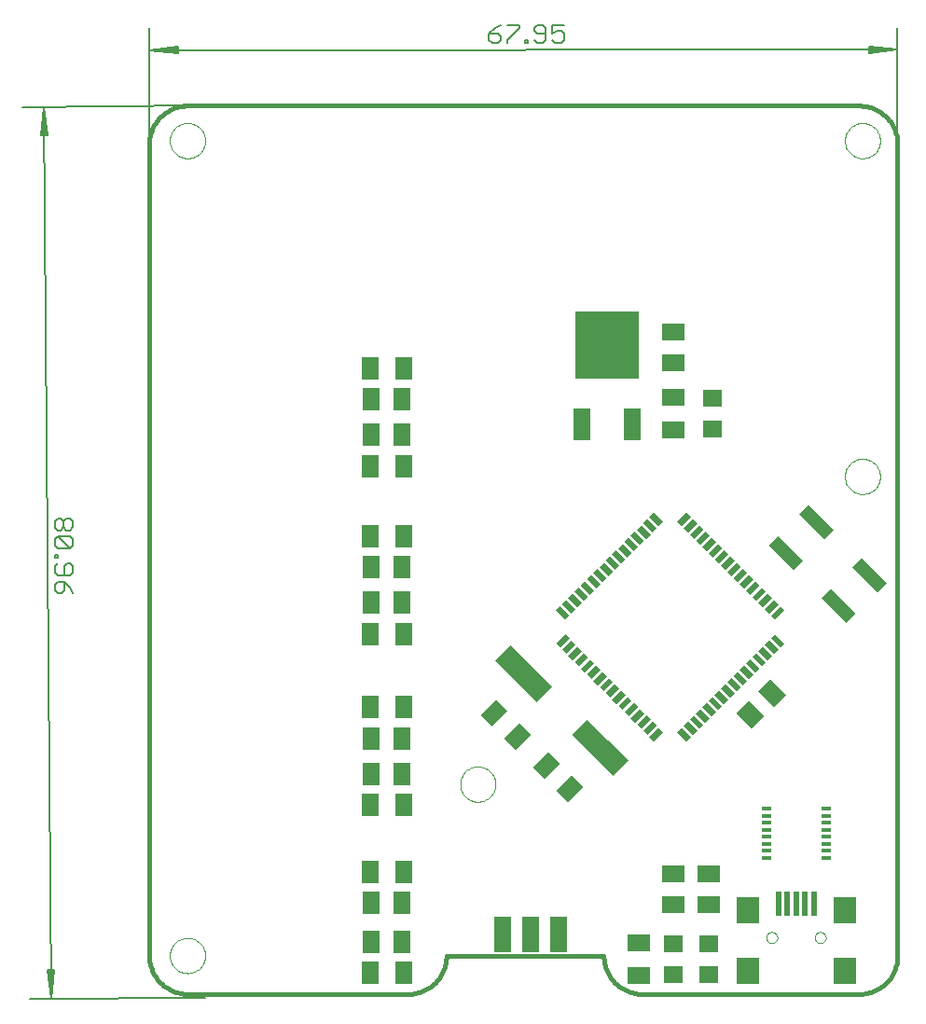
<source format=gtp>
G75*
G70*
%OFA0B0*%
%FSLAX24Y24*%
%IPPOS*%
%LPD*%
%AMOC8*
5,1,8,0,0,1.08239X$1,22.5*
%
%ADD10C,0.0160*%
%ADD11C,0.0051*%
%ADD12C,0.0060*%
%ADD13C,0.0000*%
%ADD14R,0.0220X0.0470*%
%ADD15R,0.0470X0.0220*%
%ADD16R,0.2100X0.0760*%
%ADD17R,0.0591X0.0787*%
%ADD18R,0.1260X0.0472*%
%ADD19R,0.0630X0.0787*%
%ADD20R,0.0600X0.1300*%
%ADD21R,0.0360X0.0160*%
%ADD22R,0.0787X0.0591*%
%ADD23R,0.0787X0.0945*%
%ADD24R,0.0197X0.0909*%
%ADD25R,0.0787X0.0630*%
%ADD26R,0.0710X0.0630*%
%ADD27R,0.2283X0.2441*%
%ADD28R,0.0630X0.1181*%
D10*
X004642Y002930D02*
X004642Y031925D01*
X004642Y031930D02*
X004644Y032002D01*
X004650Y032074D01*
X004659Y032145D01*
X004672Y032216D01*
X004689Y032286D01*
X004709Y032355D01*
X004733Y032423D01*
X004761Y032489D01*
X004792Y032554D01*
X004826Y032618D01*
X004864Y032679D01*
X004905Y032738D01*
X004948Y032795D01*
X004995Y032850D01*
X005045Y032902D01*
X005097Y032952D01*
X005152Y032999D01*
X005209Y033042D01*
X005268Y033083D01*
X005330Y033121D01*
X005393Y033155D01*
X005458Y033186D01*
X005524Y033214D01*
X005592Y033238D01*
X005661Y033258D01*
X005731Y033275D01*
X005802Y033288D01*
X005873Y033297D01*
X005945Y033303D01*
X006017Y033305D01*
X005892Y033305D02*
X030012Y033305D01*
X030017Y033305D02*
X030089Y033303D01*
X030161Y033297D01*
X030232Y033288D01*
X030303Y033275D01*
X030373Y033258D01*
X030442Y033238D01*
X030510Y033214D01*
X030576Y033186D01*
X030641Y033155D01*
X030705Y033121D01*
X030766Y033083D01*
X030825Y033042D01*
X030882Y032999D01*
X030937Y032952D01*
X030989Y032902D01*
X031039Y032850D01*
X031086Y032795D01*
X031129Y032738D01*
X031170Y032679D01*
X031208Y032618D01*
X031242Y032554D01*
X031273Y032489D01*
X031301Y032423D01*
X031325Y032355D01*
X031345Y032286D01*
X031362Y032216D01*
X031375Y032145D01*
X031384Y032074D01*
X031390Y032002D01*
X031392Y031930D01*
X031392Y002805D01*
X031392Y002930D02*
X031390Y002858D01*
X031384Y002786D01*
X031375Y002715D01*
X031362Y002644D01*
X031345Y002574D01*
X031325Y002505D01*
X031301Y002437D01*
X031273Y002371D01*
X031242Y002306D01*
X031208Y002243D01*
X031170Y002181D01*
X031129Y002122D01*
X031086Y002065D01*
X031039Y002010D01*
X030989Y001958D01*
X030937Y001908D01*
X030882Y001861D01*
X030825Y001818D01*
X030766Y001777D01*
X030705Y001739D01*
X030641Y001705D01*
X030576Y001674D01*
X030510Y001646D01*
X030442Y001622D01*
X030373Y001602D01*
X030303Y001585D01*
X030232Y001572D01*
X030161Y001563D01*
X030089Y001557D01*
X030017Y001555D01*
X022267Y001555D01*
X022195Y001557D01*
X022123Y001563D01*
X022052Y001572D01*
X021981Y001585D01*
X021911Y001602D01*
X021842Y001622D01*
X021774Y001646D01*
X021708Y001674D01*
X021643Y001705D01*
X021580Y001739D01*
X021518Y001777D01*
X021459Y001818D01*
X021402Y001861D01*
X021347Y001908D01*
X021295Y001958D01*
X021245Y002010D01*
X021198Y002065D01*
X021155Y002122D01*
X021114Y002181D01*
X021076Y002243D01*
X021042Y002306D01*
X021011Y002371D01*
X020983Y002437D01*
X020959Y002505D01*
X020939Y002574D01*
X020922Y002644D01*
X020909Y002715D01*
X020900Y002786D01*
X020894Y002858D01*
X020892Y002930D01*
X015267Y002930D01*
X015265Y002858D01*
X015259Y002786D01*
X015250Y002715D01*
X015237Y002644D01*
X015220Y002574D01*
X015200Y002505D01*
X015176Y002437D01*
X015148Y002371D01*
X015117Y002306D01*
X015083Y002243D01*
X015045Y002181D01*
X015004Y002122D01*
X014961Y002065D01*
X014914Y002010D01*
X014864Y001958D01*
X014812Y001908D01*
X014757Y001861D01*
X014700Y001818D01*
X014641Y001777D01*
X014580Y001739D01*
X014516Y001705D01*
X014451Y001674D01*
X014385Y001646D01*
X014317Y001622D01*
X014248Y001602D01*
X014178Y001585D01*
X014107Y001572D01*
X014036Y001563D01*
X013964Y001557D01*
X013892Y001555D01*
X006017Y001555D01*
X005945Y001557D01*
X005873Y001563D01*
X005802Y001572D01*
X005731Y001585D01*
X005661Y001602D01*
X005592Y001622D01*
X005524Y001646D01*
X005458Y001674D01*
X005393Y001705D01*
X005329Y001739D01*
X005268Y001777D01*
X005209Y001818D01*
X005152Y001861D01*
X005097Y001908D01*
X005045Y001958D01*
X004995Y002010D01*
X004948Y002065D01*
X004905Y002122D01*
X004864Y002181D01*
X004826Y002243D01*
X004792Y002306D01*
X004761Y002371D01*
X004733Y002437D01*
X004709Y002505D01*
X004689Y002574D01*
X004672Y002644D01*
X004659Y002715D01*
X004650Y002786D01*
X004644Y002858D01*
X004642Y002930D01*
D11*
X006642Y001430D02*
X000376Y001381D01*
X001143Y001387D02*
X001033Y002410D01*
X001010Y002409D02*
X001143Y001387D01*
X001238Y002411D01*
X001261Y002411D02*
X001010Y002409D01*
X001084Y002410D02*
X001143Y001387D01*
X001186Y002411D01*
X001261Y002411D02*
X001143Y001387D01*
X000893Y033262D01*
X000799Y032237D01*
X000776Y032237D02*
X000893Y033262D01*
X001004Y032239D01*
X001027Y032239D02*
X000776Y032237D01*
X000850Y032238D02*
X000893Y033262D01*
X000952Y032239D01*
X001027Y032239D02*
X000893Y033262D01*
X000126Y033256D02*
X006392Y033305D01*
X005665Y035175D02*
X004641Y035300D01*
X005665Y035198D01*
X005665Y035175D02*
X005665Y035426D01*
X004641Y035300D01*
X005665Y035403D01*
X005665Y035352D02*
X004641Y035300D01*
X005665Y035249D01*
X004641Y035300D02*
X031391Y035305D01*
X030368Y035203D01*
X030368Y035179D02*
X031391Y035305D01*
X030368Y035407D01*
X030368Y035431D02*
X030368Y035179D01*
X030368Y035254D02*
X031391Y035305D01*
X030368Y035356D01*
X030368Y035431D02*
X031391Y035305D01*
X031391Y036073D02*
X031392Y031930D01*
X004642Y031925D02*
X004641Y036068D01*
D12*
X016790Y035879D02*
X016790Y035665D01*
X016897Y035559D01*
X017110Y035559D01*
X017217Y035665D01*
X017217Y035772D01*
X017110Y035879D01*
X016790Y035879D01*
X017004Y036092D01*
X017217Y036199D01*
X017435Y036199D02*
X017862Y036199D01*
X017862Y036092D01*
X017435Y035665D01*
X017435Y035559D01*
X018079Y035559D02*
X018186Y035559D01*
X018186Y035665D01*
X018079Y035665D01*
X018079Y035559D01*
X018401Y035665D02*
X018508Y035559D01*
X018722Y035559D01*
X018828Y035665D01*
X018828Y036092D01*
X018722Y036199D01*
X018508Y036199D01*
X018401Y036092D01*
X018401Y035986D01*
X018508Y035879D01*
X018828Y035879D01*
X019046Y035879D02*
X019046Y036199D01*
X019473Y036199D01*
X019366Y035986D02*
X019259Y035986D01*
X019046Y035879D01*
X019046Y035665D02*
X019153Y035559D01*
X019366Y035559D01*
X019473Y035665D01*
X019473Y035879D01*
X019366Y035986D01*
X001906Y018450D02*
X001908Y018237D01*
X001802Y018129D01*
X001695Y018129D01*
X001587Y018235D01*
X001586Y018448D01*
X001692Y018556D01*
X001799Y018556D01*
X001906Y018450D01*
X001586Y018448D02*
X001478Y018554D01*
X001372Y018553D01*
X001266Y018446D01*
X001267Y018232D01*
X001375Y018126D01*
X001481Y018127D01*
X001587Y018235D01*
X001376Y017909D02*
X001806Y017485D01*
X001379Y017482D01*
X001272Y017588D01*
X001270Y017801D01*
X001376Y017909D01*
X001803Y017912D01*
X001911Y017806D01*
X001912Y017592D01*
X001806Y017485D01*
X001810Y016945D02*
X001703Y016944D01*
X001597Y016837D01*
X001599Y016516D01*
X001386Y016515D02*
X001813Y016518D01*
X001919Y016625D01*
X001917Y016839D01*
X001810Y016945D01*
X001383Y016942D02*
X001277Y016835D01*
X001278Y016621D01*
X001386Y016515D01*
X001387Y016297D02*
X001281Y016190D01*
X001283Y015976D01*
X001390Y015870D01*
X001497Y015871D01*
X001603Y015979D01*
X001601Y016299D01*
X001387Y016297D01*
X001601Y016299D02*
X001816Y016087D01*
X001924Y015874D01*
X001381Y017158D02*
X001275Y017157D01*
X001274Y017264D01*
X001381Y017264D01*
X001381Y017158D01*
D13*
X005387Y002930D02*
X005389Y002980D01*
X005395Y003030D01*
X005405Y003079D01*
X005419Y003127D01*
X005436Y003174D01*
X005457Y003219D01*
X005482Y003263D01*
X005510Y003304D01*
X005542Y003343D01*
X005576Y003380D01*
X005613Y003414D01*
X005653Y003444D01*
X005695Y003471D01*
X005739Y003495D01*
X005785Y003516D01*
X005832Y003532D01*
X005880Y003545D01*
X005930Y003554D01*
X005979Y003559D01*
X006030Y003560D01*
X006080Y003557D01*
X006129Y003550D01*
X006178Y003539D01*
X006226Y003524D01*
X006272Y003506D01*
X006317Y003484D01*
X006360Y003458D01*
X006401Y003429D01*
X006440Y003397D01*
X006476Y003362D01*
X006508Y003324D01*
X006538Y003284D01*
X006565Y003241D01*
X006588Y003197D01*
X006607Y003151D01*
X006623Y003103D01*
X006635Y003054D01*
X006643Y003005D01*
X006647Y002955D01*
X006647Y002905D01*
X006643Y002855D01*
X006635Y002806D01*
X006623Y002757D01*
X006607Y002709D01*
X006588Y002663D01*
X006565Y002619D01*
X006538Y002576D01*
X006508Y002536D01*
X006476Y002498D01*
X006440Y002463D01*
X006401Y002431D01*
X006360Y002402D01*
X006317Y002376D01*
X006272Y002354D01*
X006226Y002336D01*
X006178Y002321D01*
X006129Y002310D01*
X006080Y002303D01*
X006030Y002300D01*
X005979Y002301D01*
X005930Y002306D01*
X005880Y002315D01*
X005832Y002328D01*
X005785Y002344D01*
X005739Y002365D01*
X005695Y002389D01*
X005653Y002416D01*
X005613Y002446D01*
X005576Y002480D01*
X005542Y002517D01*
X005510Y002556D01*
X005482Y002597D01*
X005457Y002641D01*
X005436Y002686D01*
X005419Y002733D01*
X005405Y002781D01*
X005395Y002830D01*
X005389Y002880D01*
X005387Y002930D01*
X015762Y009055D02*
X015764Y009105D01*
X015770Y009155D01*
X015780Y009204D01*
X015794Y009252D01*
X015811Y009299D01*
X015832Y009344D01*
X015857Y009388D01*
X015885Y009429D01*
X015917Y009468D01*
X015951Y009505D01*
X015988Y009539D01*
X016028Y009569D01*
X016070Y009596D01*
X016114Y009620D01*
X016160Y009641D01*
X016207Y009657D01*
X016255Y009670D01*
X016305Y009679D01*
X016354Y009684D01*
X016405Y009685D01*
X016455Y009682D01*
X016504Y009675D01*
X016553Y009664D01*
X016601Y009649D01*
X016647Y009631D01*
X016692Y009609D01*
X016735Y009583D01*
X016776Y009554D01*
X016815Y009522D01*
X016851Y009487D01*
X016883Y009449D01*
X016913Y009409D01*
X016940Y009366D01*
X016963Y009322D01*
X016982Y009276D01*
X016998Y009228D01*
X017010Y009179D01*
X017018Y009130D01*
X017022Y009080D01*
X017022Y009030D01*
X017018Y008980D01*
X017010Y008931D01*
X016998Y008882D01*
X016982Y008834D01*
X016963Y008788D01*
X016940Y008744D01*
X016913Y008701D01*
X016883Y008661D01*
X016851Y008623D01*
X016815Y008588D01*
X016776Y008556D01*
X016735Y008527D01*
X016692Y008501D01*
X016647Y008479D01*
X016601Y008461D01*
X016553Y008446D01*
X016504Y008435D01*
X016455Y008428D01*
X016405Y008425D01*
X016354Y008426D01*
X016305Y008431D01*
X016255Y008440D01*
X016207Y008453D01*
X016160Y008469D01*
X016114Y008490D01*
X016070Y008514D01*
X016028Y008541D01*
X015988Y008571D01*
X015951Y008605D01*
X015917Y008642D01*
X015885Y008681D01*
X015857Y008722D01*
X015832Y008766D01*
X015811Y008811D01*
X015794Y008858D01*
X015780Y008906D01*
X015770Y008955D01*
X015764Y009005D01*
X015762Y009055D01*
X026704Y003574D02*
X026706Y003601D01*
X026712Y003628D01*
X026721Y003654D01*
X026734Y003678D01*
X026750Y003701D01*
X026769Y003720D01*
X026791Y003737D01*
X026815Y003751D01*
X026840Y003761D01*
X026867Y003768D01*
X026894Y003771D01*
X026922Y003770D01*
X026949Y003765D01*
X026975Y003757D01*
X026999Y003745D01*
X027022Y003729D01*
X027043Y003711D01*
X027060Y003690D01*
X027075Y003666D01*
X027086Y003641D01*
X027094Y003615D01*
X027098Y003588D01*
X027098Y003560D01*
X027094Y003533D01*
X027086Y003507D01*
X027075Y003482D01*
X027060Y003458D01*
X027043Y003437D01*
X027022Y003419D01*
X027000Y003403D01*
X026975Y003391D01*
X026949Y003383D01*
X026922Y003378D01*
X026894Y003377D01*
X026867Y003380D01*
X026840Y003387D01*
X026815Y003397D01*
X026791Y003411D01*
X026769Y003428D01*
X026750Y003447D01*
X026734Y003470D01*
X026721Y003494D01*
X026712Y003520D01*
X026706Y003547D01*
X026704Y003574D01*
X028436Y003574D02*
X028438Y003601D01*
X028444Y003628D01*
X028453Y003654D01*
X028466Y003678D01*
X028482Y003701D01*
X028501Y003720D01*
X028523Y003737D01*
X028547Y003751D01*
X028572Y003761D01*
X028599Y003768D01*
X028626Y003771D01*
X028654Y003770D01*
X028681Y003765D01*
X028707Y003757D01*
X028731Y003745D01*
X028754Y003729D01*
X028775Y003711D01*
X028792Y003690D01*
X028807Y003666D01*
X028818Y003641D01*
X028826Y003615D01*
X028830Y003588D01*
X028830Y003560D01*
X028826Y003533D01*
X028818Y003507D01*
X028807Y003482D01*
X028792Y003458D01*
X028775Y003437D01*
X028754Y003419D01*
X028732Y003403D01*
X028707Y003391D01*
X028681Y003383D01*
X028654Y003378D01*
X028626Y003377D01*
X028599Y003380D01*
X028572Y003387D01*
X028547Y003397D01*
X028523Y003411D01*
X028501Y003428D01*
X028482Y003447D01*
X028466Y003470D01*
X028453Y003494D01*
X028444Y003520D01*
X028438Y003547D01*
X028436Y003574D01*
X029512Y020055D02*
X029514Y020105D01*
X029520Y020155D01*
X029530Y020204D01*
X029544Y020252D01*
X029561Y020299D01*
X029582Y020344D01*
X029607Y020388D01*
X029635Y020429D01*
X029667Y020468D01*
X029701Y020505D01*
X029738Y020539D01*
X029778Y020569D01*
X029820Y020596D01*
X029864Y020620D01*
X029910Y020641D01*
X029957Y020657D01*
X030005Y020670D01*
X030055Y020679D01*
X030104Y020684D01*
X030155Y020685D01*
X030205Y020682D01*
X030254Y020675D01*
X030303Y020664D01*
X030351Y020649D01*
X030397Y020631D01*
X030442Y020609D01*
X030485Y020583D01*
X030526Y020554D01*
X030565Y020522D01*
X030601Y020487D01*
X030633Y020449D01*
X030663Y020409D01*
X030690Y020366D01*
X030713Y020322D01*
X030732Y020276D01*
X030748Y020228D01*
X030760Y020179D01*
X030768Y020130D01*
X030772Y020080D01*
X030772Y020030D01*
X030768Y019980D01*
X030760Y019931D01*
X030748Y019882D01*
X030732Y019834D01*
X030713Y019788D01*
X030690Y019744D01*
X030663Y019701D01*
X030633Y019661D01*
X030601Y019623D01*
X030565Y019588D01*
X030526Y019556D01*
X030485Y019527D01*
X030442Y019501D01*
X030397Y019479D01*
X030351Y019461D01*
X030303Y019446D01*
X030254Y019435D01*
X030205Y019428D01*
X030155Y019425D01*
X030104Y019426D01*
X030055Y019431D01*
X030005Y019440D01*
X029957Y019453D01*
X029910Y019469D01*
X029864Y019490D01*
X029820Y019514D01*
X029778Y019541D01*
X029738Y019571D01*
X029701Y019605D01*
X029667Y019642D01*
X029635Y019681D01*
X029607Y019722D01*
X029582Y019766D01*
X029561Y019811D01*
X029544Y019858D01*
X029530Y019906D01*
X029520Y019955D01*
X029514Y020005D01*
X029512Y020055D01*
X029512Y032055D02*
X029514Y032105D01*
X029520Y032155D01*
X029530Y032204D01*
X029544Y032252D01*
X029561Y032299D01*
X029582Y032344D01*
X029607Y032388D01*
X029635Y032429D01*
X029667Y032468D01*
X029701Y032505D01*
X029738Y032539D01*
X029778Y032569D01*
X029820Y032596D01*
X029864Y032620D01*
X029910Y032641D01*
X029957Y032657D01*
X030005Y032670D01*
X030055Y032679D01*
X030104Y032684D01*
X030155Y032685D01*
X030205Y032682D01*
X030254Y032675D01*
X030303Y032664D01*
X030351Y032649D01*
X030397Y032631D01*
X030442Y032609D01*
X030485Y032583D01*
X030526Y032554D01*
X030565Y032522D01*
X030601Y032487D01*
X030633Y032449D01*
X030663Y032409D01*
X030690Y032366D01*
X030713Y032322D01*
X030732Y032276D01*
X030748Y032228D01*
X030760Y032179D01*
X030768Y032130D01*
X030772Y032080D01*
X030772Y032030D01*
X030768Y031980D01*
X030760Y031931D01*
X030748Y031882D01*
X030732Y031834D01*
X030713Y031788D01*
X030690Y031744D01*
X030663Y031701D01*
X030633Y031661D01*
X030601Y031623D01*
X030565Y031588D01*
X030526Y031556D01*
X030485Y031527D01*
X030442Y031501D01*
X030397Y031479D01*
X030351Y031461D01*
X030303Y031446D01*
X030254Y031435D01*
X030205Y031428D01*
X030155Y031425D01*
X030104Y031426D01*
X030055Y031431D01*
X030005Y031440D01*
X029957Y031453D01*
X029910Y031469D01*
X029864Y031490D01*
X029820Y031514D01*
X029778Y031541D01*
X029738Y031571D01*
X029701Y031605D01*
X029667Y031642D01*
X029635Y031681D01*
X029607Y031722D01*
X029582Y031766D01*
X029561Y031811D01*
X029544Y031858D01*
X029530Y031906D01*
X029520Y031955D01*
X029514Y032005D01*
X029512Y032055D01*
X005387Y032055D02*
X005389Y032105D01*
X005395Y032155D01*
X005405Y032204D01*
X005419Y032252D01*
X005436Y032299D01*
X005457Y032344D01*
X005482Y032388D01*
X005510Y032429D01*
X005542Y032468D01*
X005576Y032505D01*
X005613Y032539D01*
X005653Y032569D01*
X005695Y032596D01*
X005739Y032620D01*
X005785Y032641D01*
X005832Y032657D01*
X005880Y032670D01*
X005930Y032679D01*
X005979Y032684D01*
X006030Y032685D01*
X006080Y032682D01*
X006129Y032675D01*
X006178Y032664D01*
X006226Y032649D01*
X006272Y032631D01*
X006317Y032609D01*
X006360Y032583D01*
X006401Y032554D01*
X006440Y032522D01*
X006476Y032487D01*
X006508Y032449D01*
X006538Y032409D01*
X006565Y032366D01*
X006588Y032322D01*
X006607Y032276D01*
X006623Y032228D01*
X006635Y032179D01*
X006643Y032130D01*
X006647Y032080D01*
X006647Y032030D01*
X006643Y031980D01*
X006635Y031931D01*
X006623Y031882D01*
X006607Y031834D01*
X006588Y031788D01*
X006565Y031744D01*
X006538Y031701D01*
X006508Y031661D01*
X006476Y031623D01*
X006440Y031588D01*
X006401Y031556D01*
X006360Y031527D01*
X006317Y031501D01*
X006272Y031479D01*
X006226Y031461D01*
X006178Y031446D01*
X006129Y031435D01*
X006080Y031428D01*
X006030Y031425D01*
X005979Y031426D01*
X005930Y031431D01*
X005880Y031440D01*
X005832Y031453D01*
X005785Y031469D01*
X005739Y031490D01*
X005695Y031514D01*
X005653Y031541D01*
X005613Y031571D01*
X005576Y031605D01*
X005542Y031642D01*
X005510Y031681D01*
X005482Y031722D01*
X005457Y031766D01*
X005436Y031811D01*
X005419Y031858D01*
X005405Y031906D01*
X005395Y031955D01*
X005389Y032005D01*
X005387Y032055D01*
D14*
G36*
X019513Y014422D02*
X019668Y014267D01*
X019337Y013936D01*
X019182Y014091D01*
X019513Y014422D01*
G37*
G36*
X019736Y014199D02*
X019891Y014044D01*
X019560Y013713D01*
X019405Y013868D01*
X019736Y014199D01*
G37*
G36*
X019959Y013976D02*
X020114Y013821D01*
X019783Y013490D01*
X019628Y013645D01*
X019959Y013976D01*
G37*
G36*
X020181Y013754D02*
X020336Y013599D01*
X020005Y013268D01*
X019850Y013423D01*
X020181Y013754D01*
G37*
G36*
X020404Y013531D02*
X020559Y013376D01*
X020228Y013045D01*
X020073Y013200D01*
X020404Y013531D01*
G37*
G36*
X020627Y013308D02*
X020782Y013153D01*
X020451Y012822D01*
X020296Y012977D01*
X020627Y013308D01*
G37*
G36*
X020849Y013086D02*
X021004Y012931D01*
X020673Y012600D01*
X020518Y012755D01*
X020849Y013086D01*
G37*
G36*
X021072Y012863D02*
X021227Y012708D01*
X020896Y012377D01*
X020741Y012532D01*
X021072Y012863D01*
G37*
G36*
X021295Y012640D02*
X021450Y012485D01*
X021119Y012154D01*
X020964Y012309D01*
X021295Y012640D01*
G37*
G36*
X021518Y012418D02*
X021673Y012263D01*
X021342Y011932D01*
X021187Y012087D01*
X021518Y012418D01*
G37*
G36*
X021740Y012195D02*
X021895Y012040D01*
X021564Y011709D01*
X021409Y011864D01*
X021740Y012195D01*
G37*
G36*
X021963Y011972D02*
X022118Y011817D01*
X021787Y011486D01*
X021632Y011641D01*
X021963Y011972D01*
G37*
G36*
X022186Y011749D02*
X022341Y011594D01*
X022010Y011263D01*
X021855Y011418D01*
X022186Y011749D01*
G37*
G36*
X022408Y011527D02*
X022563Y011372D01*
X022232Y011041D01*
X022077Y011196D01*
X022408Y011527D01*
G37*
G36*
X022631Y011304D02*
X022786Y011149D01*
X022455Y010818D01*
X022300Y010973D01*
X022631Y011304D01*
G37*
G36*
X022854Y011081D02*
X023009Y010926D01*
X022678Y010595D01*
X022523Y010750D01*
X022854Y011081D01*
G37*
G36*
X027197Y015424D02*
X027352Y015269D01*
X027021Y014938D01*
X026866Y015093D01*
X027197Y015424D01*
G37*
G36*
X026974Y015647D02*
X027129Y015492D01*
X026798Y015161D01*
X026643Y015316D01*
X026974Y015647D01*
G37*
G36*
X026751Y015870D02*
X026906Y015715D01*
X026575Y015384D01*
X026420Y015539D01*
X026751Y015870D01*
G37*
G36*
X026529Y016092D02*
X026684Y015937D01*
X026353Y015606D01*
X026198Y015761D01*
X026529Y016092D01*
G37*
G36*
X026306Y016315D02*
X026461Y016160D01*
X026130Y015829D01*
X025975Y015984D01*
X026306Y016315D01*
G37*
G36*
X026083Y016538D02*
X026238Y016383D01*
X025907Y016052D01*
X025752Y016207D01*
X026083Y016538D01*
G37*
G36*
X025860Y016760D02*
X026015Y016605D01*
X025684Y016274D01*
X025529Y016429D01*
X025860Y016760D01*
G37*
G36*
X025638Y016983D02*
X025793Y016828D01*
X025462Y016497D01*
X025307Y016652D01*
X025638Y016983D01*
G37*
G36*
X025415Y017206D02*
X025570Y017051D01*
X025239Y016720D01*
X025084Y016875D01*
X025415Y017206D01*
G37*
G36*
X025192Y017428D02*
X025347Y017273D01*
X025016Y016942D01*
X024861Y017097D01*
X025192Y017428D01*
G37*
G36*
X024970Y017651D02*
X025125Y017496D01*
X024794Y017165D01*
X024639Y017320D01*
X024970Y017651D01*
G37*
G36*
X024747Y017874D02*
X024902Y017719D01*
X024571Y017388D01*
X024416Y017543D01*
X024747Y017874D01*
G37*
G36*
X024524Y018097D02*
X024679Y017942D01*
X024348Y017611D01*
X024193Y017766D01*
X024524Y018097D01*
G37*
G36*
X024301Y018319D02*
X024456Y018164D01*
X024125Y017833D01*
X023970Y017988D01*
X024301Y018319D01*
G37*
G36*
X024079Y018542D02*
X024234Y018387D01*
X023903Y018056D01*
X023748Y018211D01*
X024079Y018542D01*
G37*
G36*
X023856Y018765D02*
X024011Y018610D01*
X023680Y018279D01*
X023525Y018434D01*
X023856Y018765D01*
G37*
D15*
G36*
X022678Y018765D02*
X023009Y018434D01*
X022854Y018279D01*
X022523Y018610D01*
X022678Y018765D01*
G37*
G36*
X022455Y018542D02*
X022786Y018211D01*
X022631Y018056D01*
X022300Y018387D01*
X022455Y018542D01*
G37*
G36*
X022232Y018319D02*
X022563Y017988D01*
X022408Y017833D01*
X022077Y018164D01*
X022232Y018319D01*
G37*
G36*
X022010Y018097D02*
X022341Y017766D01*
X022186Y017611D01*
X021855Y017942D01*
X022010Y018097D01*
G37*
G36*
X021787Y017874D02*
X022118Y017543D01*
X021963Y017388D01*
X021632Y017719D01*
X021787Y017874D01*
G37*
G36*
X021564Y017651D02*
X021895Y017320D01*
X021740Y017165D01*
X021409Y017496D01*
X021564Y017651D01*
G37*
G36*
X021342Y017428D02*
X021673Y017097D01*
X021518Y016942D01*
X021187Y017273D01*
X021342Y017428D01*
G37*
G36*
X021119Y017206D02*
X021450Y016875D01*
X021295Y016720D01*
X020964Y017051D01*
X021119Y017206D01*
G37*
G36*
X020896Y016983D02*
X021227Y016652D01*
X021072Y016497D01*
X020741Y016828D01*
X020896Y016983D01*
G37*
G36*
X020673Y016760D02*
X021004Y016429D01*
X020849Y016274D01*
X020518Y016605D01*
X020673Y016760D01*
G37*
G36*
X020451Y016538D02*
X020782Y016207D01*
X020627Y016052D01*
X020296Y016383D01*
X020451Y016538D01*
G37*
G36*
X020228Y016315D02*
X020559Y015984D01*
X020404Y015829D01*
X020073Y016160D01*
X020228Y016315D01*
G37*
G36*
X020005Y016092D02*
X020336Y015761D01*
X020181Y015606D01*
X019850Y015937D01*
X020005Y016092D01*
G37*
G36*
X019783Y015870D02*
X020114Y015539D01*
X019959Y015384D01*
X019628Y015715D01*
X019783Y015870D01*
G37*
G36*
X019560Y015647D02*
X019891Y015316D01*
X019736Y015161D01*
X019405Y015492D01*
X019560Y015647D01*
G37*
G36*
X019337Y015424D02*
X019668Y015093D01*
X019513Y014938D01*
X019182Y015269D01*
X019337Y015424D01*
G37*
G36*
X023680Y011081D02*
X024011Y010750D01*
X023856Y010595D01*
X023525Y010926D01*
X023680Y011081D01*
G37*
G36*
X023903Y011304D02*
X024234Y010973D01*
X024079Y010818D01*
X023748Y011149D01*
X023903Y011304D01*
G37*
G36*
X024125Y011527D02*
X024456Y011196D01*
X024301Y011041D01*
X023970Y011372D01*
X024125Y011527D01*
G37*
G36*
X024348Y011749D02*
X024679Y011418D01*
X024524Y011263D01*
X024193Y011594D01*
X024348Y011749D01*
G37*
G36*
X024571Y011972D02*
X024902Y011641D01*
X024747Y011486D01*
X024416Y011817D01*
X024571Y011972D01*
G37*
G36*
X024794Y012195D02*
X025125Y011864D01*
X024970Y011709D01*
X024639Y012040D01*
X024794Y012195D01*
G37*
G36*
X025016Y012418D02*
X025347Y012087D01*
X025192Y011932D01*
X024861Y012263D01*
X025016Y012418D01*
G37*
G36*
X025239Y012640D02*
X025570Y012309D01*
X025415Y012154D01*
X025084Y012485D01*
X025239Y012640D01*
G37*
G36*
X025462Y012863D02*
X025793Y012532D01*
X025638Y012377D01*
X025307Y012708D01*
X025462Y012863D01*
G37*
G36*
X025684Y013086D02*
X026015Y012755D01*
X025860Y012600D01*
X025529Y012931D01*
X025684Y013086D01*
G37*
G36*
X025907Y013308D02*
X026238Y012977D01*
X026083Y012822D01*
X025752Y013153D01*
X025907Y013308D01*
G37*
G36*
X026130Y013531D02*
X026461Y013200D01*
X026306Y013045D01*
X025975Y013376D01*
X026130Y013531D01*
G37*
G36*
X026353Y013754D02*
X026684Y013423D01*
X026529Y013268D01*
X026198Y013599D01*
X026353Y013754D01*
G37*
G36*
X026575Y013976D02*
X026906Y013645D01*
X026751Y013490D01*
X026420Y013821D01*
X026575Y013976D01*
G37*
G36*
X026798Y014199D02*
X027129Y013868D01*
X026974Y013713D01*
X026643Y014044D01*
X026798Y014199D01*
G37*
G36*
X027021Y014422D02*
X027352Y014091D01*
X027197Y013936D01*
X026866Y014267D01*
X027021Y014422D01*
G37*
D16*
G36*
X020267Y011361D02*
X021774Y009901D01*
X021245Y009355D01*
X019738Y010815D01*
X020267Y011361D01*
G37*
G36*
X017539Y014005D02*
X019046Y012545D01*
X018517Y011999D01*
X017010Y013459D01*
X017539Y014005D01*
G37*
D17*
G36*
X017043Y012084D02*
X017460Y011667D01*
X016905Y011112D01*
X016488Y011529D01*
X017043Y012084D01*
G37*
G36*
X017879Y011248D02*
X018296Y010831D01*
X017741Y010276D01*
X017324Y010693D01*
X017879Y011248D01*
G37*
G36*
X018780Y009237D02*
X018363Y009654D01*
X018918Y010209D01*
X019335Y009792D01*
X018780Y009237D01*
G37*
G36*
X019616Y008401D02*
X019199Y008818D01*
X019754Y009373D01*
X020171Y008956D01*
X019616Y008401D01*
G37*
X013733Y008305D03*
X012551Y008305D03*
X012551Y005930D03*
X013733Y005930D03*
X013733Y002305D03*
X012551Y002305D03*
X012551Y011805D03*
X013733Y011805D03*
X013733Y014430D03*
X012551Y014430D03*
X012551Y017930D03*
X013733Y017930D03*
X013733Y020430D03*
X012551Y020430D03*
X012551Y023930D03*
X013733Y023930D03*
D18*
G36*
X027667Y016708D02*
X026777Y017598D01*
X027111Y017932D01*
X028001Y017042D01*
X027667Y016708D01*
G37*
G36*
X029560Y014815D02*
X028670Y015705D01*
X029004Y016039D01*
X029894Y015149D01*
X029560Y014815D01*
G37*
G36*
X030673Y015928D02*
X029783Y016818D01*
X030117Y017152D01*
X031007Y016262D01*
X030673Y015928D01*
G37*
G36*
X028780Y017821D02*
X027890Y018711D01*
X028224Y019045D01*
X029114Y018155D01*
X028780Y017821D01*
G37*
D19*
G36*
X027407Y012265D02*
X026962Y011820D01*
X026407Y012375D01*
X026852Y012820D01*
X027407Y012265D01*
G37*
G36*
X026627Y011485D02*
X026182Y011040D01*
X025627Y011595D01*
X026072Y012040D01*
X026627Y011485D01*
G37*
X013693Y010680D03*
X012591Y010680D03*
X012591Y009430D03*
X013693Y009430D03*
X013693Y004805D03*
X012591Y004805D03*
X012591Y003430D03*
X013693Y003430D03*
X013693Y015555D03*
X012591Y015555D03*
X012591Y016805D03*
X013693Y016805D03*
X013693Y021555D03*
X012591Y021555D03*
X012591Y022805D03*
X013693Y022805D03*
D20*
X017267Y003680D03*
X018267Y003680D03*
X019267Y003680D03*
D21*
X026697Y006430D03*
X026697Y006680D03*
X026697Y006930D03*
X026697Y007180D03*
X026697Y007430D03*
X026697Y007680D03*
X026697Y007930D03*
X026697Y008180D03*
X028837Y008180D03*
X028837Y007930D03*
X028837Y007680D03*
X028837Y007430D03*
X028837Y007180D03*
X028837Y006930D03*
X028837Y006680D03*
X028837Y006430D03*
D22*
X022142Y003396D03*
X022142Y002214D03*
X023392Y021714D03*
X023392Y022896D03*
D23*
X026035Y004558D03*
X026035Y002393D03*
X029499Y002393D03*
X029499Y004558D03*
D24*
X028397Y004780D03*
X028082Y004780D03*
X027767Y004780D03*
X027452Y004780D03*
X027137Y004780D03*
D25*
X024642Y004754D03*
X024642Y005856D03*
X023392Y005856D03*
X023392Y004754D03*
X023392Y024129D03*
X023392Y025231D03*
D26*
X024767Y022865D03*
X024767Y021745D03*
X024642Y003365D03*
X024642Y002245D03*
X023392Y002245D03*
X023392Y003365D03*
D27*
X021017Y024742D03*
D28*
X021915Y021915D03*
X020119Y021915D03*
M02*

</source>
